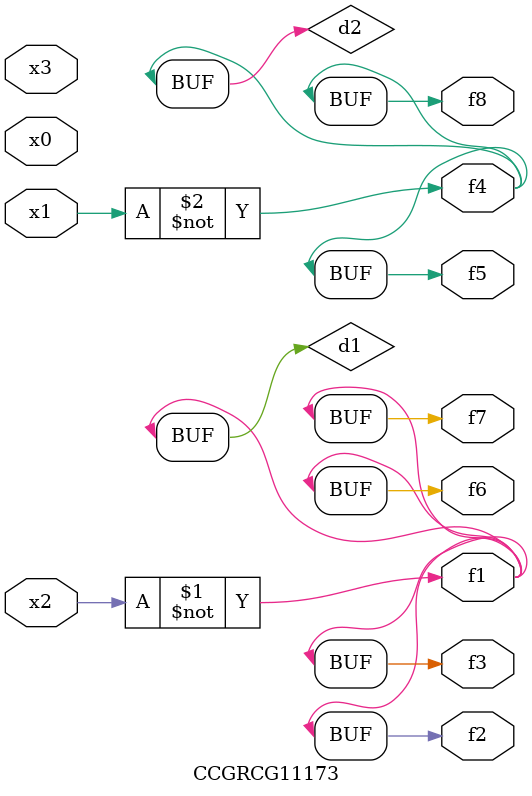
<source format=v>
module CCGRCG11173(
	input x0, x1, x2, x3,
	output f1, f2, f3, f4, f5, f6, f7, f8
);

	wire d1, d2;

	xnor (d1, x2);
	not (d2, x1);
	assign f1 = d1;
	assign f2 = d1;
	assign f3 = d1;
	assign f4 = d2;
	assign f5 = d2;
	assign f6 = d1;
	assign f7 = d1;
	assign f8 = d2;
endmodule

</source>
